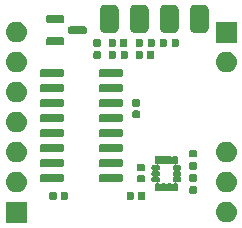
<source format=gbr>
%TF.GenerationSoftware,KiCad,Pcbnew,7.0.10*%
%TF.CreationDate,2024-01-21T16:59:30+01:00*%
%TF.ProjectId,powermeter,706f7765-726d-4657-9465-722e6b696361,rev?*%
%TF.SameCoordinates,Original*%
%TF.FileFunction,Soldermask,Top*%
%TF.FilePolarity,Negative*%
%FSLAX46Y46*%
G04 Gerber Fmt 4.6, Leading zero omitted, Abs format (unit mm)*
G04 Created by KiCad (PCBNEW 7.0.10) date 2024-01-21 16:59:30*
%MOMM*%
%LPD*%
G01*
G04 APERTURE LIST*
G04 APERTURE END LIST*
G36*
X52680542Y-58144493D02*
G01*
X52692870Y-58152730D01*
X52701107Y-58165058D01*
X52704000Y-58179600D01*
X52704000Y-59879600D01*
X52701107Y-59894142D01*
X52692870Y-59906470D01*
X52680542Y-59914707D01*
X52666000Y-59917600D01*
X50966000Y-59917600D01*
X50951458Y-59914707D01*
X50939130Y-59906470D01*
X50930893Y-59894142D01*
X50928000Y-59879600D01*
X50928000Y-58179600D01*
X50930893Y-58165058D01*
X50939130Y-58152730D01*
X50951458Y-58144493D01*
X50966000Y-58141600D01*
X52666000Y-58141600D01*
X52680542Y-58144493D01*
G37*
G36*
X69870407Y-58185062D02*
G01*
X70040000Y-58260569D01*
X70190188Y-58369687D01*
X70314407Y-58507647D01*
X70407228Y-58668418D01*
X70464595Y-58844974D01*
X70484000Y-59029600D01*
X70464595Y-59214226D01*
X70407228Y-59390782D01*
X70314407Y-59551553D01*
X70190188Y-59689513D01*
X70040000Y-59798631D01*
X69870407Y-59874138D01*
X69688821Y-59912735D01*
X69503179Y-59912735D01*
X69321593Y-59874138D01*
X69152000Y-59798631D01*
X69001812Y-59689513D01*
X68877593Y-59551553D01*
X68784772Y-59390782D01*
X68727405Y-59214226D01*
X68708000Y-59029600D01*
X68727405Y-58844974D01*
X68784772Y-58668418D01*
X68877593Y-58507647D01*
X69001812Y-58369687D01*
X69152000Y-58260569D01*
X69321593Y-58185062D01*
X69503179Y-58146465D01*
X69688821Y-58146465D01*
X69870407Y-58185062D01*
G37*
G36*
X55128118Y-57323549D02*
G01*
X55185865Y-57362135D01*
X55224451Y-57419882D01*
X55238000Y-57488000D01*
X55238000Y-57828000D01*
X55224451Y-57896118D01*
X55185865Y-57953865D01*
X55128118Y-57992451D01*
X55060000Y-58006000D01*
X54780000Y-58006000D01*
X54711882Y-57992451D01*
X54654135Y-57953865D01*
X54615549Y-57896118D01*
X54602000Y-57828000D01*
X54602000Y-57488000D01*
X54615549Y-57419882D01*
X54654135Y-57362135D01*
X54711882Y-57323549D01*
X54780000Y-57310000D01*
X55060000Y-57310000D01*
X55128118Y-57323549D01*
G37*
G36*
X56088118Y-57323549D02*
G01*
X56145865Y-57362135D01*
X56184451Y-57419882D01*
X56198000Y-57488000D01*
X56198000Y-57828000D01*
X56184451Y-57896118D01*
X56145865Y-57953865D01*
X56088118Y-57992451D01*
X56020000Y-58006000D01*
X55740000Y-58006000D01*
X55671882Y-57992451D01*
X55614135Y-57953865D01*
X55575549Y-57896118D01*
X55562000Y-57828000D01*
X55562000Y-57488000D01*
X55575549Y-57419882D01*
X55614135Y-57362135D01*
X55671882Y-57323549D01*
X55740000Y-57310000D01*
X56020000Y-57310000D01*
X56088118Y-57323549D01*
G37*
G36*
X61676118Y-57323549D02*
G01*
X61733865Y-57362135D01*
X61772451Y-57419882D01*
X61786000Y-57488000D01*
X61786000Y-57828000D01*
X61772451Y-57896118D01*
X61733865Y-57953865D01*
X61676118Y-57992451D01*
X61608000Y-58006000D01*
X61328000Y-58006000D01*
X61259882Y-57992451D01*
X61202135Y-57953865D01*
X61163549Y-57896118D01*
X61150000Y-57828000D01*
X61150000Y-57488000D01*
X61163549Y-57419882D01*
X61202135Y-57362135D01*
X61259882Y-57323549D01*
X61328000Y-57310000D01*
X61608000Y-57310000D01*
X61676118Y-57323549D01*
G37*
G36*
X62636118Y-57323549D02*
G01*
X62693865Y-57362135D01*
X62732451Y-57419882D01*
X62746000Y-57488000D01*
X62746000Y-57828000D01*
X62732451Y-57896118D01*
X62693865Y-57953865D01*
X62636118Y-57992451D01*
X62568000Y-58006000D01*
X62288000Y-58006000D01*
X62219882Y-57992451D01*
X62162135Y-57953865D01*
X62123549Y-57896118D01*
X62110000Y-57828000D01*
X62110000Y-57488000D01*
X62123549Y-57419882D01*
X62162135Y-57362135D01*
X62219882Y-57323549D01*
X62288000Y-57310000D01*
X62568000Y-57310000D01*
X62636118Y-57323549D01*
G37*
G36*
X67053204Y-56859169D02*
G01*
X67109329Y-56896671D01*
X67146831Y-56952796D01*
X67160000Y-57019000D01*
X67160000Y-57289000D01*
X67146831Y-57355204D01*
X67109329Y-57411329D01*
X67053204Y-57448831D01*
X66987000Y-57462000D01*
X66617000Y-57462000D01*
X66550796Y-57448831D01*
X66494671Y-57411329D01*
X66457169Y-57355204D01*
X66444000Y-57289000D01*
X66444000Y-57019000D01*
X66457169Y-56952796D01*
X66494671Y-56896671D01*
X66550796Y-56859169D01*
X66617000Y-56846000D01*
X66987000Y-56846000D01*
X67053204Y-56859169D01*
G37*
G36*
X52090407Y-55645062D02*
G01*
X52260000Y-55720569D01*
X52410188Y-55829687D01*
X52534407Y-55967647D01*
X52627228Y-56128418D01*
X52684595Y-56304974D01*
X52704000Y-56489600D01*
X52684595Y-56674226D01*
X52627228Y-56850782D01*
X52534407Y-57011553D01*
X52410188Y-57149513D01*
X52260000Y-57258631D01*
X52090407Y-57334138D01*
X51908821Y-57372735D01*
X51723179Y-57372735D01*
X51541593Y-57334138D01*
X51372000Y-57258631D01*
X51221812Y-57149513D01*
X51097593Y-57011553D01*
X51004772Y-56850782D01*
X50947405Y-56674226D01*
X50928000Y-56489600D01*
X50947405Y-56304974D01*
X51004772Y-56128418D01*
X51097593Y-55967647D01*
X51221812Y-55829687D01*
X51372000Y-55720569D01*
X51541593Y-55645062D01*
X51723179Y-55606465D01*
X51908821Y-55606465D01*
X52090407Y-55645062D01*
G37*
G36*
X69870407Y-55645062D02*
G01*
X70040000Y-55720569D01*
X70190188Y-55829687D01*
X70314407Y-55967647D01*
X70407228Y-56128418D01*
X70464595Y-56304974D01*
X70484000Y-56489600D01*
X70464595Y-56674226D01*
X70407228Y-56850782D01*
X70314407Y-57011553D01*
X70190188Y-57149513D01*
X70040000Y-57258631D01*
X69870407Y-57334138D01*
X69688821Y-57372735D01*
X69503179Y-57372735D01*
X69321593Y-57334138D01*
X69152000Y-57258631D01*
X69001812Y-57149513D01*
X68877593Y-57011553D01*
X68784772Y-56850782D01*
X68727405Y-56674226D01*
X68708000Y-56489600D01*
X68727405Y-56304974D01*
X68784772Y-56128418D01*
X68877593Y-55967647D01*
X69001812Y-55829687D01*
X69152000Y-55720569D01*
X69321593Y-55645062D01*
X69503179Y-55606465D01*
X69688821Y-55606465D01*
X69870407Y-55645062D01*
G37*
G36*
X63913527Y-54269053D02*
G01*
X63954242Y-54296258D01*
X63981447Y-54336973D01*
X63987941Y-54369625D01*
X64068049Y-54369668D01*
X64074553Y-54336973D01*
X64101758Y-54296258D01*
X64142473Y-54269053D01*
X64190500Y-54259500D01*
X64365500Y-54259500D01*
X64413527Y-54269053D01*
X64454242Y-54296258D01*
X64481447Y-54336973D01*
X64487941Y-54369625D01*
X64568049Y-54369668D01*
X64574553Y-54336973D01*
X64601758Y-54296258D01*
X64642473Y-54269053D01*
X64690500Y-54259500D01*
X64865500Y-54259500D01*
X64913527Y-54269053D01*
X64954242Y-54296258D01*
X64981447Y-54336973D01*
X64987941Y-54369625D01*
X65068049Y-54369668D01*
X65074553Y-54336973D01*
X65101758Y-54296258D01*
X65142473Y-54269053D01*
X65190500Y-54259500D01*
X65365500Y-54259500D01*
X65413527Y-54269053D01*
X65454242Y-54296258D01*
X65481447Y-54336973D01*
X65491000Y-54385000D01*
X65491000Y-54835000D01*
X65481447Y-54883027D01*
X65454242Y-54923742D01*
X65413527Y-54950947D01*
X65365500Y-54960500D01*
X65360565Y-54960500D01*
X65316309Y-54969302D01*
X65325191Y-55059500D01*
X65665500Y-55059500D01*
X65713527Y-55069053D01*
X65754242Y-55096258D01*
X65781447Y-55136973D01*
X65791000Y-55185000D01*
X65791000Y-55360000D01*
X65781447Y-55408027D01*
X65754242Y-55448742D01*
X65713527Y-55475947D01*
X65680873Y-55482442D01*
X65680830Y-55562549D01*
X65713527Y-55569053D01*
X65754242Y-55596258D01*
X65781447Y-55636973D01*
X65791000Y-55685000D01*
X65791000Y-55860000D01*
X65781447Y-55908027D01*
X65754242Y-55948742D01*
X65713527Y-55975947D01*
X65680873Y-55982442D01*
X65680830Y-56062549D01*
X65713527Y-56069053D01*
X65754242Y-56096258D01*
X65781447Y-56136973D01*
X65791000Y-56185000D01*
X65791000Y-56360000D01*
X65781447Y-56408027D01*
X65754242Y-56448742D01*
X65713527Y-56475947D01*
X65665500Y-56485500D01*
X65325199Y-56485500D01*
X65316315Y-56575695D01*
X65360580Y-56584500D01*
X65365500Y-56584500D01*
X65413527Y-56594053D01*
X65454242Y-56621258D01*
X65481447Y-56661973D01*
X65491000Y-56710000D01*
X65491000Y-57160000D01*
X65481447Y-57208027D01*
X65454242Y-57248742D01*
X65413527Y-57275947D01*
X65365500Y-57285500D01*
X65190500Y-57285500D01*
X65142473Y-57275947D01*
X65101758Y-57248742D01*
X65074553Y-57208027D01*
X65068054Y-57175352D01*
X64987946Y-57175352D01*
X64981447Y-57208027D01*
X64954242Y-57248742D01*
X64913527Y-57275947D01*
X64865500Y-57285500D01*
X64690500Y-57285500D01*
X64642473Y-57275947D01*
X64601758Y-57248742D01*
X64574553Y-57208027D01*
X64568054Y-57175352D01*
X64487946Y-57175352D01*
X64481447Y-57208027D01*
X64454242Y-57248742D01*
X64413527Y-57275947D01*
X64365500Y-57285500D01*
X64190500Y-57285500D01*
X64142473Y-57275947D01*
X64101758Y-57248742D01*
X64074553Y-57208027D01*
X64068054Y-57175352D01*
X63987946Y-57175352D01*
X63981447Y-57208027D01*
X63954242Y-57248742D01*
X63913527Y-57275947D01*
X63865500Y-57285500D01*
X63690500Y-57285500D01*
X63642473Y-57275947D01*
X63601758Y-57248742D01*
X63574553Y-57208027D01*
X63565000Y-57160000D01*
X63565000Y-56710000D01*
X63574553Y-56661973D01*
X63601758Y-56621258D01*
X63642473Y-56594053D01*
X63690500Y-56584500D01*
X63695425Y-56584500D01*
X63739691Y-56575696D01*
X63731675Y-56494302D01*
X63791311Y-56494302D01*
X63800194Y-56584500D01*
X63865500Y-56584500D01*
X63913527Y-56594053D01*
X63954242Y-56621258D01*
X63981447Y-56661973D01*
X63987941Y-56694625D01*
X64068049Y-56694668D01*
X64074553Y-56661973D01*
X64101758Y-56621258D01*
X64142473Y-56594053D01*
X64190500Y-56584500D01*
X64365500Y-56584500D01*
X64413527Y-56594053D01*
X64454242Y-56621258D01*
X64481447Y-56661973D01*
X64487941Y-56694625D01*
X64568049Y-56694668D01*
X64574553Y-56661973D01*
X64601758Y-56621258D01*
X64642473Y-56594053D01*
X64690500Y-56584500D01*
X64865500Y-56584500D01*
X64913527Y-56594053D01*
X64954242Y-56621258D01*
X64981447Y-56661973D01*
X64987941Y-56694625D01*
X65068049Y-56694668D01*
X65074553Y-56661973D01*
X65101758Y-56621258D01*
X65142473Y-56594053D01*
X65190500Y-56584500D01*
X65195423Y-56584500D01*
X65255805Y-56584498D01*
X65264686Y-56494303D01*
X65220427Y-56485500D01*
X65215500Y-56485500D01*
X65167473Y-56475947D01*
X65126758Y-56448742D01*
X65099553Y-56408027D01*
X65090000Y-56360000D01*
X65090000Y-56185000D01*
X65099553Y-56136973D01*
X65126758Y-56096258D01*
X65167473Y-56069053D01*
X65200147Y-56062553D01*
X65200147Y-55982446D01*
X65167473Y-55975947D01*
X65126758Y-55948742D01*
X65099553Y-55908027D01*
X65090000Y-55860000D01*
X65090000Y-55685000D01*
X65099553Y-55636973D01*
X65126758Y-55596258D01*
X65167473Y-55569053D01*
X65200147Y-55562553D01*
X65200147Y-55482446D01*
X65167473Y-55475947D01*
X65126758Y-55448742D01*
X65099553Y-55408027D01*
X65090000Y-55360000D01*
X65090000Y-55185000D01*
X65099553Y-55136973D01*
X65126758Y-55096258D01*
X65167473Y-55069053D01*
X65215500Y-55059500D01*
X65220422Y-55059500D01*
X65264689Y-55050695D01*
X65255803Y-54960500D01*
X65190500Y-54960500D01*
X65142473Y-54950947D01*
X65101758Y-54923742D01*
X65074553Y-54883027D01*
X65068054Y-54850352D01*
X64987946Y-54850352D01*
X64981447Y-54883027D01*
X64954242Y-54923742D01*
X64913527Y-54950947D01*
X64865500Y-54960500D01*
X64690500Y-54960500D01*
X64642473Y-54950947D01*
X64601758Y-54923742D01*
X64574553Y-54883027D01*
X64568054Y-54850352D01*
X64487946Y-54850352D01*
X64481447Y-54883027D01*
X64454242Y-54923742D01*
X64413527Y-54950947D01*
X64365500Y-54960500D01*
X64190500Y-54960500D01*
X64142473Y-54950947D01*
X64101758Y-54923742D01*
X64074553Y-54883027D01*
X64068054Y-54850352D01*
X63987946Y-54850352D01*
X63981447Y-54883027D01*
X63954242Y-54923742D01*
X63913527Y-54950947D01*
X63865500Y-54960500D01*
X63800195Y-54960500D01*
X63791312Y-55050696D01*
X63835576Y-55059500D01*
X63840500Y-55059500D01*
X63888527Y-55069053D01*
X63929242Y-55096258D01*
X63956447Y-55136973D01*
X63966000Y-55185000D01*
X63966000Y-55360000D01*
X63956447Y-55408027D01*
X63929242Y-55448742D01*
X63888527Y-55475947D01*
X63855873Y-55482442D01*
X63855830Y-55562549D01*
X63888527Y-55569053D01*
X63929242Y-55596258D01*
X63956447Y-55636973D01*
X63966000Y-55685000D01*
X63966000Y-55860000D01*
X63956447Y-55908027D01*
X63929242Y-55948742D01*
X63888527Y-55975947D01*
X63855873Y-55982442D01*
X63855830Y-56062549D01*
X63888527Y-56069053D01*
X63929242Y-56096258D01*
X63956447Y-56136973D01*
X63966000Y-56185000D01*
X63966000Y-56360000D01*
X63956447Y-56408027D01*
X63929242Y-56448742D01*
X63888527Y-56475947D01*
X63840500Y-56485500D01*
X63835568Y-56485500D01*
X63791311Y-56494302D01*
X63731675Y-56494302D01*
X63730808Y-56485500D01*
X63390500Y-56485500D01*
X63342473Y-56475947D01*
X63301758Y-56448742D01*
X63274553Y-56408027D01*
X63265000Y-56360000D01*
X63265000Y-56185000D01*
X63274553Y-56136973D01*
X63301758Y-56096258D01*
X63342473Y-56069053D01*
X63375147Y-56062553D01*
X63375147Y-55982446D01*
X63342473Y-55975947D01*
X63301758Y-55948742D01*
X63274553Y-55908027D01*
X63265000Y-55860000D01*
X63265000Y-55685000D01*
X63274553Y-55636973D01*
X63301758Y-55596258D01*
X63342473Y-55569053D01*
X63375147Y-55562553D01*
X63375147Y-55482446D01*
X63342473Y-55475947D01*
X63301758Y-55448742D01*
X63274553Y-55408027D01*
X63265000Y-55360000D01*
X63265000Y-55185000D01*
X63274553Y-55136973D01*
X63301758Y-55096258D01*
X63342473Y-55069053D01*
X63390500Y-55059500D01*
X63730801Y-55059500D01*
X63739684Y-54969303D01*
X63695426Y-54960500D01*
X63690500Y-54960500D01*
X63642473Y-54950947D01*
X63601758Y-54923742D01*
X63574553Y-54883027D01*
X63565000Y-54835000D01*
X63565000Y-54385000D01*
X63574553Y-54336973D01*
X63601758Y-54296258D01*
X63642473Y-54269053D01*
X63690500Y-54259500D01*
X63865500Y-54259500D01*
X63913527Y-54269053D01*
G37*
G36*
X62595118Y-55900549D02*
G01*
X62652865Y-55939135D01*
X62691451Y-55996882D01*
X62705000Y-56065000D01*
X62705000Y-56345000D01*
X62691451Y-56413118D01*
X62652865Y-56470865D01*
X62595118Y-56509451D01*
X62527000Y-56523000D01*
X62187000Y-56523000D01*
X62118882Y-56509451D01*
X62061135Y-56470865D01*
X62022549Y-56413118D01*
X62009000Y-56345000D01*
X62009000Y-56065000D01*
X62022549Y-55996882D01*
X62061135Y-55939135D01*
X62118882Y-55900549D01*
X62187000Y-55887000D01*
X62527000Y-55887000D01*
X62595118Y-55900549D01*
G37*
G36*
X55748944Y-55810311D02*
G01*
X55809936Y-55851064D01*
X55850689Y-55912056D01*
X55865000Y-55984000D01*
X55865000Y-56284000D01*
X55850689Y-56355944D01*
X55809936Y-56416936D01*
X55748944Y-56457689D01*
X55677000Y-56472000D01*
X53977000Y-56472000D01*
X53905056Y-56457689D01*
X53844064Y-56416936D01*
X53803311Y-56355944D01*
X53789000Y-56284000D01*
X53789000Y-55984000D01*
X53803311Y-55912056D01*
X53844064Y-55851064D01*
X53905056Y-55810311D01*
X53977000Y-55796000D01*
X55677000Y-55796000D01*
X55748944Y-55810311D01*
G37*
G36*
X60748944Y-55810311D02*
G01*
X60809936Y-55851064D01*
X60850689Y-55912056D01*
X60865000Y-55984000D01*
X60865000Y-56284000D01*
X60850689Y-56355944D01*
X60809936Y-56416936D01*
X60748944Y-56457689D01*
X60677000Y-56472000D01*
X58977000Y-56472000D01*
X58905056Y-56457689D01*
X58844064Y-56416936D01*
X58803311Y-56355944D01*
X58789000Y-56284000D01*
X58789000Y-55984000D01*
X58803311Y-55912056D01*
X58844064Y-55851064D01*
X58905056Y-55810311D01*
X58977000Y-55796000D01*
X60677000Y-55796000D01*
X60748944Y-55810311D01*
G37*
G36*
X67053204Y-55839169D02*
G01*
X67109329Y-55876671D01*
X67146831Y-55932796D01*
X67160000Y-55999000D01*
X67160000Y-56269000D01*
X67146831Y-56335204D01*
X67109329Y-56391329D01*
X67053204Y-56428831D01*
X66987000Y-56442000D01*
X66617000Y-56442000D01*
X66550796Y-56428831D01*
X66494671Y-56391329D01*
X66457169Y-56335204D01*
X66444000Y-56269000D01*
X66444000Y-55999000D01*
X66457169Y-55932796D01*
X66494671Y-55876671D01*
X66550796Y-55839169D01*
X66617000Y-55826000D01*
X66987000Y-55826000D01*
X67053204Y-55839169D01*
G37*
G36*
X62595118Y-54940549D02*
G01*
X62652865Y-54979135D01*
X62691451Y-55036882D01*
X62705000Y-55105000D01*
X62705000Y-55385000D01*
X62691451Y-55453118D01*
X62652865Y-55510865D01*
X62595118Y-55549451D01*
X62527000Y-55563000D01*
X62187000Y-55563000D01*
X62118882Y-55549451D01*
X62061135Y-55510865D01*
X62022549Y-55453118D01*
X62009000Y-55385000D01*
X62009000Y-55105000D01*
X62022549Y-55036882D01*
X62061135Y-54979135D01*
X62118882Y-54940549D01*
X62187000Y-54927000D01*
X62527000Y-54927000D01*
X62595118Y-54940549D01*
G37*
G36*
X67053204Y-54823169D02*
G01*
X67109329Y-54860671D01*
X67146831Y-54916796D01*
X67160000Y-54983000D01*
X67160000Y-55253000D01*
X67146831Y-55319204D01*
X67109329Y-55375329D01*
X67053204Y-55412831D01*
X66987000Y-55426000D01*
X66617000Y-55426000D01*
X66550796Y-55412831D01*
X66494671Y-55375329D01*
X66457169Y-55319204D01*
X66444000Y-55253000D01*
X66444000Y-54983000D01*
X66457169Y-54916796D01*
X66494671Y-54860671D01*
X66550796Y-54823169D01*
X66617000Y-54810000D01*
X66987000Y-54810000D01*
X67053204Y-54823169D01*
G37*
G36*
X55748944Y-54540311D02*
G01*
X55809936Y-54581064D01*
X55850689Y-54642056D01*
X55865000Y-54714000D01*
X55865000Y-55014000D01*
X55850689Y-55085944D01*
X55809936Y-55146936D01*
X55748944Y-55187689D01*
X55677000Y-55202000D01*
X53977000Y-55202000D01*
X53905056Y-55187689D01*
X53844064Y-55146936D01*
X53803311Y-55085944D01*
X53789000Y-55014000D01*
X53789000Y-54714000D01*
X53803311Y-54642056D01*
X53844064Y-54581064D01*
X53905056Y-54540311D01*
X53977000Y-54526000D01*
X55677000Y-54526000D01*
X55748944Y-54540311D01*
G37*
G36*
X60748944Y-54540311D02*
G01*
X60809936Y-54581064D01*
X60850689Y-54642056D01*
X60865000Y-54714000D01*
X60865000Y-55014000D01*
X60850689Y-55085944D01*
X60809936Y-55146936D01*
X60748944Y-55187689D01*
X60677000Y-55202000D01*
X58977000Y-55202000D01*
X58905056Y-55187689D01*
X58844064Y-55146936D01*
X58803311Y-55085944D01*
X58789000Y-55014000D01*
X58789000Y-54714000D01*
X58803311Y-54642056D01*
X58844064Y-54581064D01*
X58905056Y-54540311D01*
X58977000Y-54526000D01*
X60677000Y-54526000D01*
X60748944Y-54540311D01*
G37*
G36*
X52090407Y-53105062D02*
G01*
X52260000Y-53180569D01*
X52410188Y-53289687D01*
X52534407Y-53427647D01*
X52627228Y-53588418D01*
X52684595Y-53764974D01*
X52704000Y-53949600D01*
X52684595Y-54134226D01*
X52627228Y-54310782D01*
X52534407Y-54471553D01*
X52410188Y-54609513D01*
X52260000Y-54718631D01*
X52090407Y-54794138D01*
X51908821Y-54832735D01*
X51723179Y-54832735D01*
X51541593Y-54794138D01*
X51372000Y-54718631D01*
X51221812Y-54609513D01*
X51097593Y-54471553D01*
X51004772Y-54310782D01*
X50947405Y-54134226D01*
X50928000Y-53949600D01*
X50947405Y-53764974D01*
X51004772Y-53588418D01*
X51097593Y-53427647D01*
X51221812Y-53289687D01*
X51372000Y-53180569D01*
X51541593Y-53105062D01*
X51723179Y-53066465D01*
X51908821Y-53066465D01*
X52090407Y-53105062D01*
G37*
G36*
X69870407Y-53105062D02*
G01*
X70040000Y-53180569D01*
X70190188Y-53289687D01*
X70314407Y-53427647D01*
X70407228Y-53588418D01*
X70464595Y-53764974D01*
X70484000Y-53949600D01*
X70464595Y-54134226D01*
X70407228Y-54310782D01*
X70314407Y-54471553D01*
X70190188Y-54609513D01*
X70040000Y-54718631D01*
X69870407Y-54794138D01*
X69688821Y-54832735D01*
X69503179Y-54832735D01*
X69321593Y-54794138D01*
X69152000Y-54718631D01*
X69001812Y-54609513D01*
X68877593Y-54471553D01*
X68784772Y-54310782D01*
X68727405Y-54134226D01*
X68708000Y-53949600D01*
X68727405Y-53764974D01*
X68784772Y-53588418D01*
X68877593Y-53427647D01*
X69001812Y-53289687D01*
X69152000Y-53180569D01*
X69321593Y-53105062D01*
X69503179Y-53066465D01*
X69688821Y-53066465D01*
X69870407Y-53105062D01*
G37*
G36*
X67053204Y-53803169D02*
G01*
X67109329Y-53840671D01*
X67146831Y-53896796D01*
X67160000Y-53963000D01*
X67160000Y-54233000D01*
X67146831Y-54299204D01*
X67109329Y-54355329D01*
X67053204Y-54392831D01*
X66987000Y-54406000D01*
X66617000Y-54406000D01*
X66550796Y-54392831D01*
X66494671Y-54355329D01*
X66457169Y-54299204D01*
X66444000Y-54233000D01*
X66444000Y-53963000D01*
X66457169Y-53896796D01*
X66494671Y-53840671D01*
X66550796Y-53803169D01*
X66617000Y-53790000D01*
X66987000Y-53790000D01*
X67053204Y-53803169D01*
G37*
G36*
X55748944Y-53270311D02*
G01*
X55809936Y-53311064D01*
X55850689Y-53372056D01*
X55865000Y-53444000D01*
X55865000Y-53744000D01*
X55850689Y-53815944D01*
X55809936Y-53876936D01*
X55748944Y-53917689D01*
X55677000Y-53932000D01*
X53977000Y-53932000D01*
X53905056Y-53917689D01*
X53844064Y-53876936D01*
X53803311Y-53815944D01*
X53789000Y-53744000D01*
X53789000Y-53444000D01*
X53803311Y-53372056D01*
X53844064Y-53311064D01*
X53905056Y-53270311D01*
X53977000Y-53256000D01*
X55677000Y-53256000D01*
X55748944Y-53270311D01*
G37*
G36*
X60748944Y-53270311D02*
G01*
X60809936Y-53311064D01*
X60850689Y-53372056D01*
X60865000Y-53444000D01*
X60865000Y-53744000D01*
X60850689Y-53815944D01*
X60809936Y-53876936D01*
X60748944Y-53917689D01*
X60677000Y-53932000D01*
X58977000Y-53932000D01*
X58905056Y-53917689D01*
X58844064Y-53876936D01*
X58803311Y-53815944D01*
X58789000Y-53744000D01*
X58789000Y-53444000D01*
X58803311Y-53372056D01*
X58844064Y-53311064D01*
X58905056Y-53270311D01*
X58977000Y-53256000D01*
X60677000Y-53256000D01*
X60748944Y-53270311D01*
G37*
G36*
X55748944Y-52000311D02*
G01*
X55809936Y-52041064D01*
X55850689Y-52102056D01*
X55865000Y-52174000D01*
X55865000Y-52474000D01*
X55850689Y-52545944D01*
X55809936Y-52606936D01*
X55748944Y-52647689D01*
X55677000Y-52662000D01*
X53977000Y-52662000D01*
X53905056Y-52647689D01*
X53844064Y-52606936D01*
X53803311Y-52545944D01*
X53789000Y-52474000D01*
X53789000Y-52174000D01*
X53803311Y-52102056D01*
X53844064Y-52041064D01*
X53905056Y-52000311D01*
X53977000Y-51986000D01*
X55677000Y-51986000D01*
X55748944Y-52000311D01*
G37*
G36*
X60748944Y-52000311D02*
G01*
X60809936Y-52041064D01*
X60850689Y-52102056D01*
X60865000Y-52174000D01*
X60865000Y-52474000D01*
X60850689Y-52545944D01*
X60809936Y-52606936D01*
X60748944Y-52647689D01*
X60677000Y-52662000D01*
X58977000Y-52662000D01*
X58905056Y-52647689D01*
X58844064Y-52606936D01*
X58803311Y-52545944D01*
X58789000Y-52474000D01*
X58789000Y-52174000D01*
X58803311Y-52102056D01*
X58844064Y-52041064D01*
X58905056Y-52000311D01*
X58977000Y-51986000D01*
X60677000Y-51986000D01*
X60748944Y-52000311D01*
G37*
G36*
X52090407Y-50565062D02*
G01*
X52260000Y-50640569D01*
X52410188Y-50749687D01*
X52534407Y-50887647D01*
X52627228Y-51048418D01*
X52684595Y-51224974D01*
X52704000Y-51409600D01*
X52684595Y-51594226D01*
X52627228Y-51770782D01*
X52534407Y-51931553D01*
X52410188Y-52069513D01*
X52260000Y-52178631D01*
X52090407Y-52254138D01*
X51908821Y-52292735D01*
X51723179Y-52292735D01*
X51541593Y-52254138D01*
X51372000Y-52178631D01*
X51221812Y-52069513D01*
X51097593Y-51931553D01*
X51004772Y-51770782D01*
X50947405Y-51594226D01*
X50928000Y-51409600D01*
X50947405Y-51224974D01*
X51004772Y-51048418D01*
X51097593Y-50887647D01*
X51221812Y-50749687D01*
X51372000Y-50640569D01*
X51541593Y-50565062D01*
X51723179Y-50526465D01*
X51908821Y-50526465D01*
X52090407Y-50565062D01*
G37*
G36*
X55748944Y-50730311D02*
G01*
X55809936Y-50771064D01*
X55850689Y-50832056D01*
X55865000Y-50904000D01*
X55865000Y-51204000D01*
X55850689Y-51275944D01*
X55809936Y-51336936D01*
X55748944Y-51377689D01*
X55677000Y-51392000D01*
X53977000Y-51392000D01*
X53905056Y-51377689D01*
X53844064Y-51336936D01*
X53803311Y-51275944D01*
X53789000Y-51204000D01*
X53789000Y-50904000D01*
X53803311Y-50832056D01*
X53844064Y-50771064D01*
X53905056Y-50730311D01*
X53977000Y-50716000D01*
X55677000Y-50716000D01*
X55748944Y-50730311D01*
G37*
G36*
X60748944Y-50730311D02*
G01*
X60809936Y-50771064D01*
X60850689Y-50832056D01*
X60865000Y-50904000D01*
X60865000Y-51204000D01*
X60850689Y-51275944D01*
X60809936Y-51336936D01*
X60748944Y-51377689D01*
X60677000Y-51392000D01*
X58977000Y-51392000D01*
X58905056Y-51377689D01*
X58844064Y-51336936D01*
X58803311Y-51275944D01*
X58789000Y-51204000D01*
X58789000Y-50904000D01*
X58803311Y-50832056D01*
X58844064Y-50771064D01*
X58905056Y-50730311D01*
X58977000Y-50716000D01*
X60677000Y-50716000D01*
X60748944Y-50730311D01*
G37*
G36*
X62214118Y-50439549D02*
G01*
X62271865Y-50478135D01*
X62310451Y-50535882D01*
X62324000Y-50604000D01*
X62324000Y-50884000D01*
X62310451Y-50952118D01*
X62271865Y-51009865D01*
X62214118Y-51048451D01*
X62146000Y-51062000D01*
X61806000Y-51062000D01*
X61737882Y-51048451D01*
X61680135Y-51009865D01*
X61641549Y-50952118D01*
X61628000Y-50884000D01*
X61628000Y-50604000D01*
X61641549Y-50535882D01*
X61680135Y-50478135D01*
X61737882Y-50439549D01*
X61806000Y-50426000D01*
X62146000Y-50426000D01*
X62214118Y-50439549D01*
G37*
G36*
X55748944Y-49460311D02*
G01*
X55809936Y-49501064D01*
X55850689Y-49562056D01*
X55865000Y-49634000D01*
X55865000Y-49934000D01*
X55850689Y-50005944D01*
X55809936Y-50066936D01*
X55748944Y-50107689D01*
X55677000Y-50122000D01*
X53977000Y-50122000D01*
X53905056Y-50107689D01*
X53844064Y-50066936D01*
X53803311Y-50005944D01*
X53789000Y-49934000D01*
X53789000Y-49634000D01*
X53803311Y-49562056D01*
X53844064Y-49501064D01*
X53905056Y-49460311D01*
X53977000Y-49446000D01*
X55677000Y-49446000D01*
X55748944Y-49460311D01*
G37*
G36*
X60748944Y-49460311D02*
G01*
X60809936Y-49501064D01*
X60850689Y-49562056D01*
X60865000Y-49634000D01*
X60865000Y-49934000D01*
X60850689Y-50005944D01*
X60809936Y-50066936D01*
X60748944Y-50107689D01*
X60677000Y-50122000D01*
X58977000Y-50122000D01*
X58905056Y-50107689D01*
X58844064Y-50066936D01*
X58803311Y-50005944D01*
X58789000Y-49934000D01*
X58789000Y-49634000D01*
X58803311Y-49562056D01*
X58844064Y-49501064D01*
X58905056Y-49460311D01*
X58977000Y-49446000D01*
X60677000Y-49446000D01*
X60748944Y-49460311D01*
G37*
G36*
X62214118Y-49479549D02*
G01*
X62271865Y-49518135D01*
X62310451Y-49575882D01*
X62324000Y-49644000D01*
X62324000Y-49924000D01*
X62310451Y-49992118D01*
X62271865Y-50049865D01*
X62214118Y-50088451D01*
X62146000Y-50102000D01*
X61806000Y-50102000D01*
X61737882Y-50088451D01*
X61680135Y-50049865D01*
X61641549Y-49992118D01*
X61628000Y-49924000D01*
X61628000Y-49644000D01*
X61641549Y-49575882D01*
X61680135Y-49518135D01*
X61737882Y-49479549D01*
X61806000Y-49466000D01*
X62146000Y-49466000D01*
X62214118Y-49479549D01*
G37*
G36*
X52090407Y-48025062D02*
G01*
X52260000Y-48100569D01*
X52410188Y-48209687D01*
X52534407Y-48347647D01*
X52627228Y-48508418D01*
X52684595Y-48684974D01*
X52704000Y-48869600D01*
X52684595Y-49054226D01*
X52627228Y-49230782D01*
X52534407Y-49391553D01*
X52410188Y-49529513D01*
X52260000Y-49638631D01*
X52090407Y-49714138D01*
X51908821Y-49752735D01*
X51723179Y-49752735D01*
X51541593Y-49714138D01*
X51372000Y-49638631D01*
X51221812Y-49529513D01*
X51097593Y-49391553D01*
X51004772Y-49230782D01*
X50947405Y-49054226D01*
X50928000Y-48869600D01*
X50947405Y-48684974D01*
X51004772Y-48508418D01*
X51097593Y-48347647D01*
X51221812Y-48209687D01*
X51372000Y-48100569D01*
X51541593Y-48025062D01*
X51723179Y-47986465D01*
X51908821Y-47986465D01*
X52090407Y-48025062D01*
G37*
G36*
X55748944Y-48190311D02*
G01*
X55809936Y-48231064D01*
X55850689Y-48292056D01*
X55865000Y-48364000D01*
X55865000Y-48664000D01*
X55850689Y-48735944D01*
X55809936Y-48796936D01*
X55748944Y-48837689D01*
X55677000Y-48852000D01*
X53977000Y-48852000D01*
X53905056Y-48837689D01*
X53844064Y-48796936D01*
X53803311Y-48735944D01*
X53789000Y-48664000D01*
X53789000Y-48364000D01*
X53803311Y-48292056D01*
X53844064Y-48231064D01*
X53905056Y-48190311D01*
X53977000Y-48176000D01*
X55677000Y-48176000D01*
X55748944Y-48190311D01*
G37*
G36*
X60748944Y-48190311D02*
G01*
X60809936Y-48231064D01*
X60850689Y-48292056D01*
X60865000Y-48364000D01*
X60865000Y-48664000D01*
X60850689Y-48735944D01*
X60809936Y-48796936D01*
X60748944Y-48837689D01*
X60677000Y-48852000D01*
X58977000Y-48852000D01*
X58905056Y-48837689D01*
X58844064Y-48796936D01*
X58803311Y-48735944D01*
X58789000Y-48664000D01*
X58789000Y-48364000D01*
X58803311Y-48292056D01*
X58844064Y-48231064D01*
X58905056Y-48190311D01*
X58977000Y-48176000D01*
X60677000Y-48176000D01*
X60748944Y-48190311D01*
G37*
G36*
X55748944Y-46920311D02*
G01*
X55809936Y-46961064D01*
X55850689Y-47022056D01*
X55865000Y-47094000D01*
X55865000Y-47394000D01*
X55850689Y-47465944D01*
X55809936Y-47526936D01*
X55748944Y-47567689D01*
X55677000Y-47582000D01*
X53977000Y-47582000D01*
X53905056Y-47567689D01*
X53844064Y-47526936D01*
X53803311Y-47465944D01*
X53789000Y-47394000D01*
X53789000Y-47094000D01*
X53803311Y-47022056D01*
X53844064Y-46961064D01*
X53905056Y-46920311D01*
X53977000Y-46906000D01*
X55677000Y-46906000D01*
X55748944Y-46920311D01*
G37*
G36*
X60748944Y-46920311D02*
G01*
X60809936Y-46961064D01*
X60850689Y-47022056D01*
X60865000Y-47094000D01*
X60865000Y-47394000D01*
X60850689Y-47465944D01*
X60809936Y-47526936D01*
X60748944Y-47567689D01*
X60677000Y-47582000D01*
X58977000Y-47582000D01*
X58905056Y-47567689D01*
X58844064Y-47526936D01*
X58803311Y-47465944D01*
X58789000Y-47394000D01*
X58789000Y-47094000D01*
X58803311Y-47022056D01*
X58844064Y-46961064D01*
X58905056Y-46920311D01*
X58977000Y-46906000D01*
X60677000Y-46906000D01*
X60748944Y-46920311D01*
G37*
G36*
X52090407Y-45485062D02*
G01*
X52260000Y-45560569D01*
X52410188Y-45669687D01*
X52534407Y-45807647D01*
X52627228Y-45968418D01*
X52684595Y-46144974D01*
X52704000Y-46329600D01*
X52684595Y-46514226D01*
X52627228Y-46690782D01*
X52534407Y-46851553D01*
X52410188Y-46989513D01*
X52260000Y-47098631D01*
X52090407Y-47174138D01*
X51908821Y-47212735D01*
X51723179Y-47212735D01*
X51541593Y-47174138D01*
X51372000Y-47098631D01*
X51221812Y-46989513D01*
X51097593Y-46851553D01*
X51004772Y-46690782D01*
X50947405Y-46514226D01*
X50928000Y-46329600D01*
X50947405Y-46144974D01*
X51004772Y-45968418D01*
X51097593Y-45807647D01*
X51221812Y-45669687D01*
X51372000Y-45560569D01*
X51541593Y-45485062D01*
X51723179Y-45446465D01*
X51908821Y-45446465D01*
X52090407Y-45485062D01*
G37*
G36*
X69870407Y-45485062D02*
G01*
X70040000Y-45560569D01*
X70190188Y-45669687D01*
X70314407Y-45807647D01*
X70407228Y-45968418D01*
X70464595Y-46144974D01*
X70484000Y-46329600D01*
X70464595Y-46514226D01*
X70407228Y-46690782D01*
X70314407Y-46851553D01*
X70190188Y-46989513D01*
X70040000Y-47098631D01*
X69870407Y-47174138D01*
X69688821Y-47212735D01*
X69503179Y-47212735D01*
X69321593Y-47174138D01*
X69152000Y-47098631D01*
X69001812Y-46989513D01*
X68877593Y-46851553D01*
X68784772Y-46690782D01*
X68727405Y-46514226D01*
X68708000Y-46329600D01*
X68727405Y-46144974D01*
X68784772Y-45968418D01*
X68877593Y-45807647D01*
X69001812Y-45669687D01*
X69152000Y-45560569D01*
X69321593Y-45485062D01*
X69503179Y-45446465D01*
X69688821Y-45446465D01*
X69870407Y-45485062D01*
G37*
G36*
X60143204Y-45375169D02*
G01*
X60199329Y-45412671D01*
X60236831Y-45468796D01*
X60250000Y-45535000D01*
X60250000Y-45905000D01*
X60236831Y-45971204D01*
X60199329Y-46027329D01*
X60143204Y-46064831D01*
X60077000Y-46078000D01*
X59807000Y-46078000D01*
X59740796Y-46064831D01*
X59684671Y-46027329D01*
X59647169Y-45971204D01*
X59634000Y-45905000D01*
X59634000Y-45535000D01*
X59647169Y-45468796D01*
X59684671Y-45412671D01*
X59740796Y-45375169D01*
X59807000Y-45362000D01*
X60077000Y-45362000D01*
X60143204Y-45375169D01*
G37*
G36*
X61163204Y-45375169D02*
G01*
X61219329Y-45412671D01*
X61256831Y-45468796D01*
X61270000Y-45535000D01*
X61270000Y-45905000D01*
X61256831Y-45971204D01*
X61219329Y-46027329D01*
X61163204Y-46064831D01*
X61097000Y-46078000D01*
X60827000Y-46078000D01*
X60760796Y-46064831D01*
X60704671Y-46027329D01*
X60667169Y-45971204D01*
X60654000Y-45905000D01*
X60654000Y-45535000D01*
X60667169Y-45468796D01*
X60704671Y-45412671D01*
X60760796Y-45375169D01*
X60827000Y-45362000D01*
X61097000Y-45362000D01*
X61163204Y-45375169D01*
G37*
G36*
X62438118Y-45385549D02*
G01*
X62495865Y-45424135D01*
X62534451Y-45481882D01*
X62548000Y-45550000D01*
X62548000Y-45890000D01*
X62534451Y-45958118D01*
X62495865Y-46015865D01*
X62438118Y-46054451D01*
X62370000Y-46068000D01*
X62090000Y-46068000D01*
X62021882Y-46054451D01*
X61964135Y-46015865D01*
X61925549Y-45958118D01*
X61912000Y-45890000D01*
X61912000Y-45550000D01*
X61925549Y-45481882D01*
X61964135Y-45424135D01*
X62021882Y-45385549D01*
X62090000Y-45372000D01*
X62370000Y-45372000D01*
X62438118Y-45385549D01*
G37*
G36*
X63398118Y-45385549D02*
G01*
X63455865Y-45424135D01*
X63494451Y-45481882D01*
X63508000Y-45550000D01*
X63508000Y-45890000D01*
X63494451Y-45958118D01*
X63455865Y-46015865D01*
X63398118Y-46054451D01*
X63330000Y-46068000D01*
X63050000Y-46068000D01*
X62981882Y-46054451D01*
X62924135Y-46015865D01*
X62885549Y-45958118D01*
X62872000Y-45890000D01*
X62872000Y-45550000D01*
X62885549Y-45481882D01*
X62924135Y-45424135D01*
X62981882Y-45385549D01*
X63050000Y-45372000D01*
X63330000Y-45372000D01*
X63398118Y-45385549D01*
G37*
G36*
X58925204Y-45429169D02*
G01*
X58981329Y-45466671D01*
X59018831Y-45522796D01*
X59032000Y-45589000D01*
X59032000Y-45859000D01*
X59018831Y-45925204D01*
X58981329Y-45981329D01*
X58925204Y-46018831D01*
X58859000Y-46032000D01*
X58489000Y-46032000D01*
X58422796Y-46018831D01*
X58366671Y-45981329D01*
X58329169Y-45925204D01*
X58316000Y-45859000D01*
X58316000Y-45589000D01*
X58329169Y-45522796D01*
X58366671Y-45466671D01*
X58422796Y-45429169D01*
X58489000Y-45416000D01*
X58859000Y-45416000D01*
X58925204Y-45429169D01*
G37*
G36*
X62431204Y-44359169D02*
G01*
X62487329Y-44396671D01*
X62524831Y-44452796D01*
X62538000Y-44519000D01*
X62538000Y-44889000D01*
X62524831Y-44955204D01*
X62487329Y-45011329D01*
X62431204Y-45048831D01*
X62365000Y-45062000D01*
X62095000Y-45062000D01*
X62028796Y-45048831D01*
X61972671Y-45011329D01*
X61935169Y-44955204D01*
X61922000Y-44889000D01*
X61922000Y-44519000D01*
X61935169Y-44452796D01*
X61972671Y-44396671D01*
X62028796Y-44359169D01*
X62095000Y-44346000D01*
X62365000Y-44346000D01*
X62431204Y-44359169D01*
G37*
G36*
X63451204Y-44359169D02*
G01*
X63507329Y-44396671D01*
X63544831Y-44452796D01*
X63558000Y-44519000D01*
X63558000Y-44889000D01*
X63544831Y-44955204D01*
X63507329Y-45011329D01*
X63451204Y-45048831D01*
X63385000Y-45062000D01*
X63115000Y-45062000D01*
X63048796Y-45048831D01*
X62992671Y-45011329D01*
X62955169Y-44955204D01*
X62942000Y-44889000D01*
X62942000Y-44519000D01*
X62955169Y-44452796D01*
X62992671Y-44396671D01*
X63048796Y-44359169D01*
X63115000Y-44346000D01*
X63385000Y-44346000D01*
X63451204Y-44359169D01*
G37*
G36*
X64463204Y-44359169D02*
G01*
X64519329Y-44396671D01*
X64556831Y-44452796D01*
X64570000Y-44519000D01*
X64570000Y-44889000D01*
X64556831Y-44955204D01*
X64519329Y-45011329D01*
X64463204Y-45048831D01*
X64397000Y-45062000D01*
X64127000Y-45062000D01*
X64060796Y-45048831D01*
X64004671Y-45011329D01*
X63967169Y-44955204D01*
X63954000Y-44889000D01*
X63954000Y-44519000D01*
X63967169Y-44452796D01*
X64004671Y-44396671D01*
X64060796Y-44359169D01*
X64127000Y-44346000D01*
X64397000Y-44346000D01*
X64463204Y-44359169D01*
G37*
G36*
X65483204Y-44359169D02*
G01*
X65539329Y-44396671D01*
X65576831Y-44452796D01*
X65590000Y-44519000D01*
X65590000Y-44889000D01*
X65576831Y-44955204D01*
X65539329Y-45011329D01*
X65483204Y-45048831D01*
X65417000Y-45062000D01*
X65147000Y-45062000D01*
X65080796Y-45048831D01*
X65024671Y-45011329D01*
X64987169Y-44955204D01*
X64974000Y-44889000D01*
X64974000Y-44519000D01*
X64987169Y-44452796D01*
X65024671Y-44396671D01*
X65080796Y-44359169D01*
X65147000Y-44346000D01*
X65417000Y-44346000D01*
X65483204Y-44359169D01*
G37*
G36*
X60152118Y-44369549D02*
G01*
X60209865Y-44408135D01*
X60248451Y-44465882D01*
X60262000Y-44534000D01*
X60262000Y-44874000D01*
X60248451Y-44942118D01*
X60209865Y-44999865D01*
X60152118Y-45038451D01*
X60084000Y-45052000D01*
X59804000Y-45052000D01*
X59735882Y-45038451D01*
X59678135Y-44999865D01*
X59639549Y-44942118D01*
X59626000Y-44874000D01*
X59626000Y-44534000D01*
X59639549Y-44465882D01*
X59678135Y-44408135D01*
X59735882Y-44369549D01*
X59804000Y-44356000D01*
X60084000Y-44356000D01*
X60152118Y-44369549D01*
G37*
G36*
X61112118Y-44369549D02*
G01*
X61169865Y-44408135D01*
X61208451Y-44465882D01*
X61222000Y-44534000D01*
X61222000Y-44874000D01*
X61208451Y-44942118D01*
X61169865Y-44999865D01*
X61112118Y-45038451D01*
X61044000Y-45052000D01*
X60764000Y-45052000D01*
X60695882Y-45038451D01*
X60638135Y-44999865D01*
X60599549Y-44942118D01*
X60586000Y-44874000D01*
X60586000Y-44534000D01*
X60599549Y-44465882D01*
X60638135Y-44408135D01*
X60695882Y-44369549D01*
X60764000Y-44356000D01*
X61044000Y-44356000D01*
X61112118Y-44369549D01*
G37*
G36*
X58925204Y-44409169D02*
G01*
X58981329Y-44446671D01*
X59018831Y-44502796D01*
X59032000Y-44569000D01*
X59032000Y-44839000D01*
X59018831Y-44905204D01*
X58981329Y-44961329D01*
X58925204Y-44998831D01*
X58859000Y-45012000D01*
X58489000Y-45012000D01*
X58422796Y-44998831D01*
X58366671Y-44961329D01*
X58329169Y-44905204D01*
X58316000Y-44839000D01*
X58316000Y-44569000D01*
X58329169Y-44502796D01*
X58366671Y-44446671D01*
X58422796Y-44409169D01*
X58489000Y-44396000D01*
X58859000Y-44396000D01*
X58925204Y-44409169D01*
G37*
G36*
X55777444Y-44248311D02*
G01*
X55838436Y-44289064D01*
X55879189Y-44350056D01*
X55893500Y-44422000D01*
X55893500Y-44722000D01*
X55879189Y-44793944D01*
X55838436Y-44854936D01*
X55777444Y-44895689D01*
X55705500Y-44910000D01*
X54530500Y-44910000D01*
X54458556Y-44895689D01*
X54397564Y-44854936D01*
X54356811Y-44793944D01*
X54342500Y-44722000D01*
X54342500Y-44422000D01*
X54356811Y-44350056D01*
X54397564Y-44289064D01*
X54458556Y-44248311D01*
X54530500Y-44234000D01*
X55705500Y-44234000D01*
X55777444Y-44248311D01*
G37*
G36*
X70460542Y-42904493D02*
G01*
X70472870Y-42912730D01*
X70481107Y-42925058D01*
X70484000Y-42939600D01*
X70484000Y-44639600D01*
X70481107Y-44654142D01*
X70472870Y-44666470D01*
X70460542Y-44674707D01*
X70446000Y-44677600D01*
X68746000Y-44677600D01*
X68731458Y-44674707D01*
X68719130Y-44666470D01*
X68710893Y-44654142D01*
X68708000Y-44639600D01*
X68708000Y-42939600D01*
X68710893Y-42925058D01*
X68719130Y-42912730D01*
X68731458Y-42904493D01*
X68746000Y-42901600D01*
X70446000Y-42901600D01*
X70460542Y-42904493D01*
G37*
G36*
X52090407Y-42945062D02*
G01*
X52260000Y-43020569D01*
X52410188Y-43129687D01*
X52534407Y-43267647D01*
X52627228Y-43428418D01*
X52684595Y-43604974D01*
X52704000Y-43789600D01*
X52684595Y-43974226D01*
X52627228Y-44150782D01*
X52534407Y-44311553D01*
X52410188Y-44449513D01*
X52260000Y-44558631D01*
X52090407Y-44634138D01*
X51908821Y-44672735D01*
X51723179Y-44672735D01*
X51541593Y-44634138D01*
X51372000Y-44558631D01*
X51221812Y-44449513D01*
X51097593Y-44311553D01*
X51004772Y-44150782D01*
X50947405Y-43974226D01*
X50928000Y-43789600D01*
X50947405Y-43604974D01*
X51004772Y-43428418D01*
X51097593Y-43267647D01*
X51221812Y-43129687D01*
X51372000Y-43020569D01*
X51541593Y-42945062D01*
X51723179Y-42906465D01*
X51908821Y-42906465D01*
X52090407Y-42945062D01*
G37*
G36*
X57652444Y-43298311D02*
G01*
X57713436Y-43339064D01*
X57754189Y-43400056D01*
X57768500Y-43472000D01*
X57768500Y-43772000D01*
X57754189Y-43843944D01*
X57713436Y-43904936D01*
X57652444Y-43945689D01*
X57580500Y-43960000D01*
X56405500Y-43960000D01*
X56333556Y-43945689D01*
X56272564Y-43904936D01*
X56231811Y-43843944D01*
X56217500Y-43772000D01*
X56217500Y-43472000D01*
X56231811Y-43400056D01*
X56272564Y-43339064D01*
X56333556Y-43298311D01*
X56405500Y-43284000D01*
X57580500Y-43284000D01*
X57652444Y-43298311D01*
G37*
G36*
X60074400Y-41491538D02*
G01*
X60147445Y-41498387D01*
X60172090Y-41507010D01*
X60200478Y-41511507D01*
X60234545Y-41528865D01*
X60266520Y-41540054D01*
X60288852Y-41556536D01*
X60317282Y-41571022D01*
X60342082Y-41595822D01*
X60366877Y-41614122D01*
X60385176Y-41638916D01*
X60409978Y-41663718D01*
X60424464Y-41692148D01*
X60440945Y-41714479D01*
X60452132Y-41746449D01*
X60469493Y-41780522D01*
X60473989Y-41808914D01*
X60482612Y-41833555D01*
X60489459Y-41906586D01*
X60490000Y-41910000D01*
X60490000Y-43434000D01*
X60489458Y-43437416D01*
X60482612Y-43510445D01*
X60473989Y-43535084D01*
X60469493Y-43563478D01*
X60452131Y-43597551D01*
X60440945Y-43629520D01*
X60424465Y-43651847D01*
X60409978Y-43680282D01*
X60385173Y-43705086D01*
X60366877Y-43729877D01*
X60342086Y-43748173D01*
X60317282Y-43772978D01*
X60288847Y-43787465D01*
X60266520Y-43803945D01*
X60234552Y-43815131D01*
X60200478Y-43832493D01*
X60172083Y-43836990D01*
X60147444Y-43845612D01*
X60074414Y-43852459D01*
X60071000Y-43853000D01*
X59309000Y-43853000D01*
X59305585Y-43852459D01*
X59232554Y-43845612D01*
X59207913Y-43836989D01*
X59179522Y-43832493D01*
X59145450Y-43815132D01*
X59113479Y-43803945D01*
X59091148Y-43787464D01*
X59062718Y-43772978D01*
X59037916Y-43748176D01*
X59013122Y-43729877D01*
X58994822Y-43705082D01*
X58970022Y-43680282D01*
X58955536Y-43651852D01*
X58939054Y-43629520D01*
X58927865Y-43597546D01*
X58910507Y-43563478D01*
X58906010Y-43535088D01*
X58897387Y-43510444D01*
X58890538Y-43437399D01*
X58890000Y-43434000D01*
X58890000Y-41910000D01*
X58890538Y-41906600D01*
X58897387Y-41833554D01*
X58906011Y-41808908D01*
X58910507Y-41780522D01*
X58927864Y-41746456D01*
X58939054Y-41714479D01*
X58955537Y-41692144D01*
X58970022Y-41663718D01*
X58994819Y-41638920D01*
X59013122Y-41614122D01*
X59037920Y-41595819D01*
X59062718Y-41571022D01*
X59091144Y-41556537D01*
X59113479Y-41540054D01*
X59145455Y-41528864D01*
X59179522Y-41511507D01*
X59207909Y-41507010D01*
X59232555Y-41498387D01*
X59305602Y-41491538D01*
X59309000Y-41491000D01*
X60071000Y-41491000D01*
X60074400Y-41491538D01*
G37*
G36*
X62614400Y-41491538D02*
G01*
X62687445Y-41498387D01*
X62712090Y-41507010D01*
X62740478Y-41511507D01*
X62774545Y-41528865D01*
X62806520Y-41540054D01*
X62828852Y-41556536D01*
X62857282Y-41571022D01*
X62882082Y-41595822D01*
X62906877Y-41614122D01*
X62925176Y-41638916D01*
X62949978Y-41663718D01*
X62964464Y-41692148D01*
X62980945Y-41714479D01*
X62992132Y-41746449D01*
X63009493Y-41780522D01*
X63013989Y-41808914D01*
X63022612Y-41833555D01*
X63029459Y-41906586D01*
X63030000Y-41910000D01*
X63030000Y-43434000D01*
X63029458Y-43437416D01*
X63022612Y-43510445D01*
X63013989Y-43535084D01*
X63009493Y-43563478D01*
X62992131Y-43597551D01*
X62980945Y-43629520D01*
X62964465Y-43651847D01*
X62949978Y-43680282D01*
X62925173Y-43705086D01*
X62906877Y-43729877D01*
X62882086Y-43748173D01*
X62857282Y-43772978D01*
X62828847Y-43787465D01*
X62806520Y-43803945D01*
X62774552Y-43815131D01*
X62740478Y-43832493D01*
X62712083Y-43836990D01*
X62687444Y-43845612D01*
X62614414Y-43852459D01*
X62611000Y-43853000D01*
X61849000Y-43853000D01*
X61845585Y-43852459D01*
X61772554Y-43845612D01*
X61747913Y-43836989D01*
X61719522Y-43832493D01*
X61685450Y-43815132D01*
X61653479Y-43803945D01*
X61631148Y-43787464D01*
X61602718Y-43772978D01*
X61577916Y-43748176D01*
X61553122Y-43729877D01*
X61534822Y-43705082D01*
X61510022Y-43680282D01*
X61495536Y-43651852D01*
X61479054Y-43629520D01*
X61467865Y-43597546D01*
X61450507Y-43563478D01*
X61446010Y-43535088D01*
X61437387Y-43510444D01*
X61430538Y-43437399D01*
X61430000Y-43434000D01*
X61430000Y-41910000D01*
X61430538Y-41906600D01*
X61437387Y-41833554D01*
X61446011Y-41808908D01*
X61450507Y-41780522D01*
X61467864Y-41746456D01*
X61479054Y-41714479D01*
X61495537Y-41692144D01*
X61510022Y-41663718D01*
X61534819Y-41638920D01*
X61553122Y-41614122D01*
X61577920Y-41595819D01*
X61602718Y-41571022D01*
X61631144Y-41556537D01*
X61653479Y-41540054D01*
X61685455Y-41528864D01*
X61719522Y-41511507D01*
X61747909Y-41507010D01*
X61772555Y-41498387D01*
X61845602Y-41491538D01*
X61849000Y-41491000D01*
X62611000Y-41491000D01*
X62614400Y-41491538D01*
G37*
G36*
X65154400Y-41491538D02*
G01*
X65227445Y-41498387D01*
X65252090Y-41507010D01*
X65280478Y-41511507D01*
X65314545Y-41528865D01*
X65346520Y-41540054D01*
X65368852Y-41556536D01*
X65397282Y-41571022D01*
X65422082Y-41595822D01*
X65446877Y-41614122D01*
X65465176Y-41638916D01*
X65489978Y-41663718D01*
X65504464Y-41692148D01*
X65520945Y-41714479D01*
X65532132Y-41746449D01*
X65549493Y-41780522D01*
X65553989Y-41808914D01*
X65562612Y-41833555D01*
X65569459Y-41906586D01*
X65570000Y-41910000D01*
X65570000Y-43434000D01*
X65569458Y-43437416D01*
X65562612Y-43510445D01*
X65553989Y-43535084D01*
X65549493Y-43563478D01*
X65532131Y-43597551D01*
X65520945Y-43629520D01*
X65504465Y-43651847D01*
X65489978Y-43680282D01*
X65465173Y-43705086D01*
X65446877Y-43729877D01*
X65422086Y-43748173D01*
X65397282Y-43772978D01*
X65368847Y-43787465D01*
X65346520Y-43803945D01*
X65314552Y-43815131D01*
X65280478Y-43832493D01*
X65252083Y-43836990D01*
X65227444Y-43845612D01*
X65154414Y-43852459D01*
X65151000Y-43853000D01*
X64389000Y-43853000D01*
X64385585Y-43852459D01*
X64312554Y-43845612D01*
X64287913Y-43836989D01*
X64259522Y-43832493D01*
X64225450Y-43815132D01*
X64193479Y-43803945D01*
X64171148Y-43787464D01*
X64142718Y-43772978D01*
X64117916Y-43748176D01*
X64093122Y-43729877D01*
X64074822Y-43705082D01*
X64050022Y-43680282D01*
X64035536Y-43651852D01*
X64019054Y-43629520D01*
X64007865Y-43597546D01*
X63990507Y-43563478D01*
X63986010Y-43535088D01*
X63977387Y-43510444D01*
X63970538Y-43437399D01*
X63970000Y-43434000D01*
X63970000Y-41910000D01*
X63970538Y-41906600D01*
X63977387Y-41833554D01*
X63986011Y-41808908D01*
X63990507Y-41780522D01*
X64007864Y-41746456D01*
X64019054Y-41714479D01*
X64035537Y-41692144D01*
X64050022Y-41663718D01*
X64074819Y-41638920D01*
X64093122Y-41614122D01*
X64117920Y-41595819D01*
X64142718Y-41571022D01*
X64171144Y-41556537D01*
X64193479Y-41540054D01*
X64225455Y-41528864D01*
X64259522Y-41511507D01*
X64287909Y-41507010D01*
X64312555Y-41498387D01*
X64385602Y-41491538D01*
X64389000Y-41491000D01*
X65151000Y-41491000D01*
X65154400Y-41491538D01*
G37*
G36*
X67694400Y-41491538D02*
G01*
X67767445Y-41498387D01*
X67792090Y-41507010D01*
X67820478Y-41511507D01*
X67854545Y-41528865D01*
X67886520Y-41540054D01*
X67908852Y-41556536D01*
X67937282Y-41571022D01*
X67962082Y-41595822D01*
X67986877Y-41614122D01*
X68005176Y-41638916D01*
X68029978Y-41663718D01*
X68044464Y-41692148D01*
X68060945Y-41714479D01*
X68072132Y-41746449D01*
X68089493Y-41780522D01*
X68093989Y-41808914D01*
X68102612Y-41833555D01*
X68109459Y-41906586D01*
X68110000Y-41910000D01*
X68110000Y-43434000D01*
X68109458Y-43437416D01*
X68102612Y-43510445D01*
X68093989Y-43535084D01*
X68089493Y-43563478D01*
X68072131Y-43597551D01*
X68060945Y-43629520D01*
X68044465Y-43651847D01*
X68029978Y-43680282D01*
X68005173Y-43705086D01*
X67986877Y-43729877D01*
X67962086Y-43748173D01*
X67937282Y-43772978D01*
X67908847Y-43787465D01*
X67886520Y-43803945D01*
X67854552Y-43815131D01*
X67820478Y-43832493D01*
X67792083Y-43836990D01*
X67767444Y-43845612D01*
X67694414Y-43852459D01*
X67691000Y-43853000D01*
X66929000Y-43853000D01*
X66925585Y-43852459D01*
X66852554Y-43845612D01*
X66827913Y-43836989D01*
X66799522Y-43832493D01*
X66765450Y-43815132D01*
X66733479Y-43803945D01*
X66711148Y-43787464D01*
X66682718Y-43772978D01*
X66657916Y-43748176D01*
X66633122Y-43729877D01*
X66614822Y-43705082D01*
X66590022Y-43680282D01*
X66575536Y-43651852D01*
X66559054Y-43629520D01*
X66547865Y-43597546D01*
X66530507Y-43563478D01*
X66526010Y-43535088D01*
X66517387Y-43510444D01*
X66510538Y-43437399D01*
X66510000Y-43434000D01*
X66510000Y-41910000D01*
X66510538Y-41906600D01*
X66517387Y-41833554D01*
X66526011Y-41808908D01*
X66530507Y-41780522D01*
X66547864Y-41746456D01*
X66559054Y-41714479D01*
X66575537Y-41692144D01*
X66590022Y-41663718D01*
X66614819Y-41638920D01*
X66633122Y-41614122D01*
X66657920Y-41595819D01*
X66682718Y-41571022D01*
X66711144Y-41556537D01*
X66733479Y-41540054D01*
X66765455Y-41528864D01*
X66799522Y-41511507D01*
X66827909Y-41507010D01*
X66852555Y-41498387D01*
X66925602Y-41491538D01*
X66929000Y-41491000D01*
X67691000Y-41491000D01*
X67694400Y-41491538D01*
G37*
G36*
X55777444Y-42348311D02*
G01*
X55838436Y-42389064D01*
X55879189Y-42450056D01*
X55893500Y-42522000D01*
X55893500Y-42822000D01*
X55879189Y-42893944D01*
X55838436Y-42954936D01*
X55777444Y-42995689D01*
X55705500Y-43010000D01*
X54530500Y-43010000D01*
X54458556Y-42995689D01*
X54397564Y-42954936D01*
X54356811Y-42893944D01*
X54342500Y-42822000D01*
X54342500Y-42522000D01*
X54356811Y-42450056D01*
X54397564Y-42389064D01*
X54458556Y-42348311D01*
X54530500Y-42334000D01*
X55705500Y-42334000D01*
X55777444Y-42348311D01*
G37*
M02*

</source>
